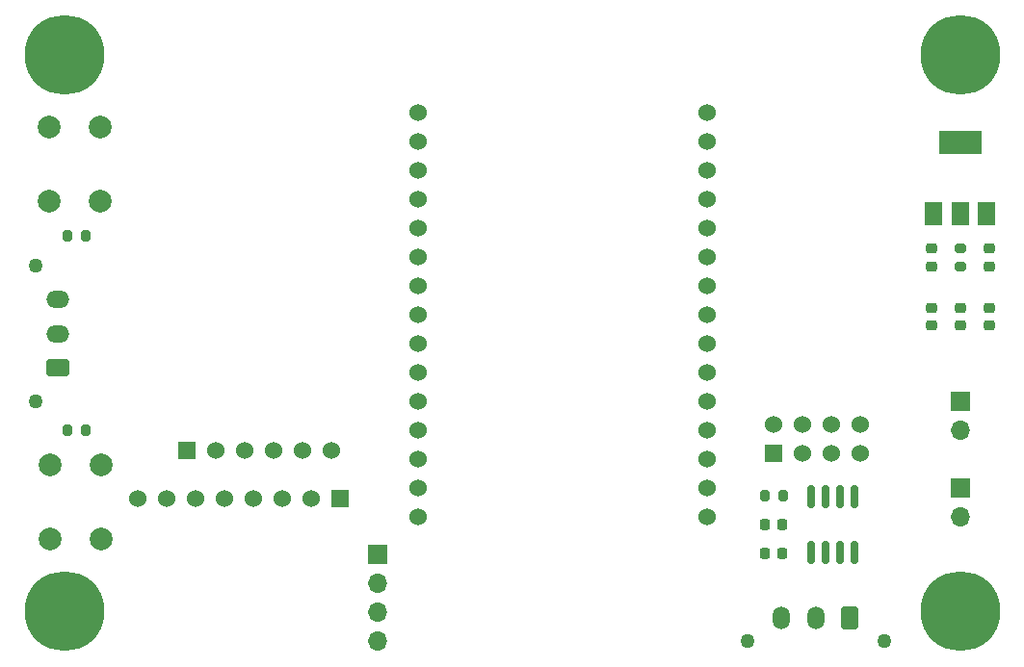
<source format=gts>
G04 #@! TF.GenerationSoftware,KiCad,Pcbnew,7.0.9*
G04 #@! TF.CreationDate,2023-11-18T03:00:04-05:00*
G04 #@! TF.ProjectId,RLM,524c4d2e-6b69-4636-9164-5f7063625858,rev?*
G04 #@! TF.SameCoordinates,Original*
G04 #@! TF.FileFunction,Soldermask,Top*
G04 #@! TF.FilePolarity,Negative*
%FSLAX46Y46*%
G04 Gerber Fmt 4.6, Leading zero omitted, Abs format (unit mm)*
G04 Created by KiCad (PCBNEW 7.0.9) date 2023-11-18 03:00:04*
%MOMM*%
%LPD*%
G01*
G04 APERTURE LIST*
G04 Aperture macros list*
%AMRoundRect*
0 Rectangle with rounded corners*
0 $1 Rounding radius*
0 $2 $3 $4 $5 $6 $7 $8 $9 X,Y pos of 4 corners*
0 Add a 4 corners polygon primitive as box body*
4,1,4,$2,$3,$4,$5,$6,$7,$8,$9,$2,$3,0*
0 Add four circle primitives for the rounded corners*
1,1,$1+$1,$2,$3*
1,1,$1+$1,$4,$5*
1,1,$1+$1,$6,$7*
1,1,$1+$1,$8,$9*
0 Add four rect primitives between the rounded corners*
20,1,$1+$1,$2,$3,$4,$5,0*
20,1,$1+$1,$4,$5,$6,$7,0*
20,1,$1+$1,$6,$7,$8,$9,0*
20,1,$1+$1,$8,$9,$2,$3,0*%
G04 Aperture macros list end*
%ADD10C,1.270000*%
%ADD11RoundRect,0.250001X0.499999X0.759999X-0.499999X0.759999X-0.499999X-0.759999X0.499999X-0.759999X0*%
%ADD12O,1.500000X2.020000*%
%ADD13RoundRect,0.150000X-0.150000X0.825000X-0.150000X-0.825000X0.150000X-0.825000X0.150000X0.825000X0*%
%ADD14RoundRect,0.225000X0.225000X0.250000X-0.225000X0.250000X-0.225000X-0.250000X0.225000X-0.250000X0*%
%ADD15R,1.700000X1.700000*%
%ADD16O,1.700000X1.700000*%
%ADD17C,2.000000*%
%ADD18R,1.500000X2.000000*%
%ADD19R,3.800000X2.000000*%
%ADD20RoundRect,0.200000X0.275000X-0.200000X0.275000X0.200000X-0.275000X0.200000X-0.275000X-0.200000X0*%
%ADD21C,1.524000*%
%ADD22RoundRect,0.250001X0.759999X-0.499999X0.759999X0.499999X-0.759999X0.499999X-0.759999X-0.499999X0*%
%ADD23O,2.020000X1.500000*%
%ADD24RoundRect,0.225000X0.250000X-0.225000X0.250000X0.225000X-0.250000X0.225000X-0.250000X-0.225000X0*%
%ADD25RoundRect,0.200000X0.200000X0.275000X-0.200000X0.275000X-0.200000X-0.275000X0.200000X-0.275000X0*%
%ADD26C,7.000000*%
%ADD27R,1.524000X1.524000*%
%ADD28RoundRect,0.218750X0.256250X-0.218750X0.256250X0.218750X-0.256250X0.218750X-0.256250X-0.218750X0*%
G04 APERTURE END LIST*
D10*
X150780000Y-88320000D03*
X138780000Y-88320000D03*
D11*
X147780000Y-86360000D03*
D12*
X144780000Y-86360000D03*
X141780000Y-86360000D03*
D13*
X148183600Y-75630000D03*
X146913600Y-75630000D03*
X145643600Y-75630000D03*
X144373600Y-75630000D03*
X144373600Y-80580000D03*
X145643600Y-80580000D03*
X146913600Y-80580000D03*
X148183600Y-80580000D03*
D14*
X141885000Y-80645000D03*
X140335000Y-80645000D03*
D15*
X157480000Y-74925000D03*
D16*
X157480000Y-77465000D03*
D17*
X77415000Y-49680000D03*
X77415000Y-43180000D03*
X81915000Y-49680000D03*
X81915000Y-43180000D03*
D18*
X155180000Y-50775000D03*
X157480000Y-50775000D03*
D19*
X157480000Y-44475000D03*
D18*
X159780000Y-50775000D03*
D20*
X157480000Y-55435000D03*
X157480000Y-53785000D03*
D14*
X141885000Y-78105000D03*
X140335000Y-78105000D03*
D21*
X135255000Y-77466000D03*
X135255000Y-74926000D03*
X135255000Y-72386000D03*
X135255000Y-69846000D03*
X135255000Y-67306000D03*
X135255000Y-64766000D03*
X135255000Y-62226000D03*
X135255000Y-59686000D03*
X135255000Y-57146000D03*
X135255000Y-54606000D03*
X135255000Y-52066000D03*
X135255000Y-49526000D03*
X135255000Y-46986000D03*
X135255000Y-44446000D03*
X135255000Y-41906000D03*
X109855000Y-41906000D03*
X109855000Y-44446000D03*
X109855000Y-46986000D03*
X109855000Y-49526000D03*
X109855000Y-52066000D03*
X109855000Y-54606000D03*
X109855000Y-57146000D03*
X109855000Y-59686000D03*
X109855000Y-62226000D03*
X109855000Y-64766000D03*
X109855000Y-67306000D03*
X109855000Y-69846000D03*
X109855000Y-72386000D03*
X109855000Y-74926000D03*
X109855000Y-77466000D03*
D10*
X76200000Y-67310000D03*
X76200000Y-55310000D03*
D22*
X78160000Y-64310000D03*
D23*
X78160000Y-61310000D03*
X78160000Y-58310000D03*
D24*
X157480000Y-60605000D03*
X157480000Y-59055000D03*
D25*
X80645000Y-52705000D03*
X78995000Y-52705000D03*
D26*
X78740000Y-85725000D03*
D15*
X157480000Y-67305000D03*
D16*
X157480000Y-69845000D03*
D27*
X89535000Y-71596000D03*
D21*
X92075000Y-71596000D03*
X94615000Y-71596000D03*
X97155000Y-71596000D03*
X99695000Y-71596000D03*
X102235000Y-71596000D03*
D27*
X102997000Y-75822000D03*
D21*
X100457000Y-75822000D03*
X97917000Y-75822000D03*
X95377000Y-75822000D03*
X92837000Y-75822000D03*
X90297000Y-75822000D03*
X87757000Y-75822000D03*
X85217000Y-75822000D03*
D15*
X106299000Y-80772000D03*
D16*
X106299000Y-83312000D03*
X106299000Y-85852000D03*
X106299000Y-88392000D03*
D27*
X141097000Y-71862000D03*
D21*
X141097000Y-69322000D03*
X143637000Y-71862000D03*
X143637000Y-69322000D03*
X146177000Y-71862000D03*
X146177000Y-69322000D03*
X148717000Y-71862000D03*
X148717000Y-69322000D03*
D17*
X77470000Y-79375000D03*
X77470000Y-72875000D03*
X81970000Y-79375000D03*
X81970000Y-72875000D03*
D26*
X157480000Y-85725000D03*
D28*
X160020000Y-55397500D03*
X160020000Y-53822500D03*
D24*
X154940000Y-55385000D03*
X154940000Y-53835000D03*
X154940000Y-60605000D03*
X154940000Y-59055000D03*
D25*
X141935000Y-75565000D03*
X140285000Y-75565000D03*
D26*
X157480000Y-36830000D03*
D25*
X80645000Y-69850000D03*
X78995000Y-69850000D03*
D24*
X160020000Y-60605000D03*
X160020000Y-59055000D03*
D26*
X78740000Y-36830000D03*
M02*

</source>
